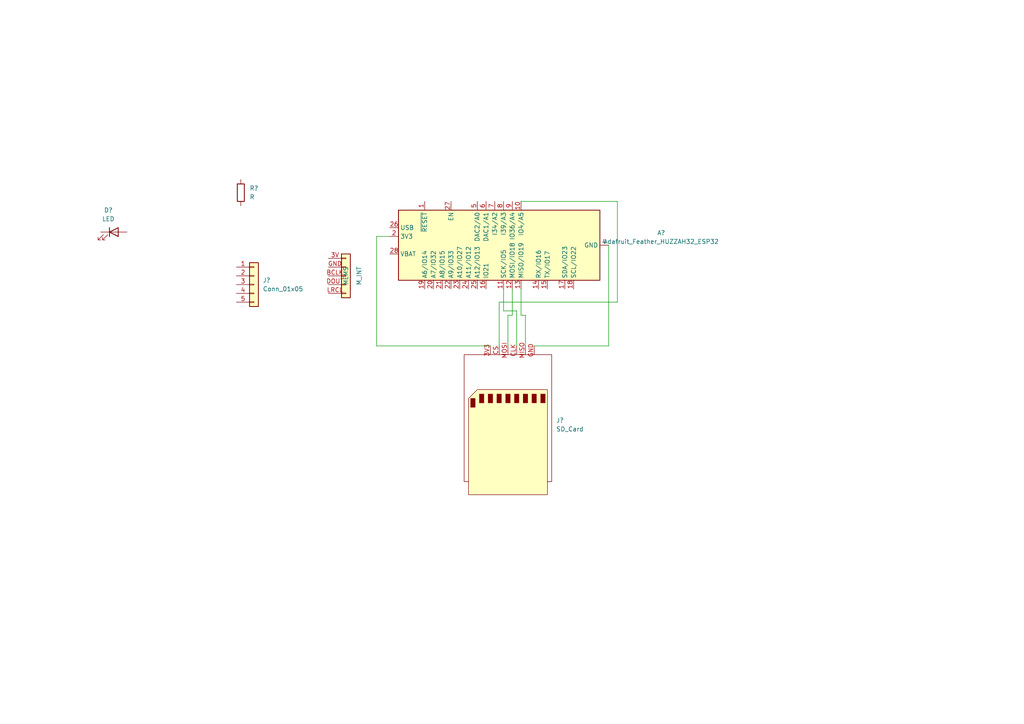
<source format=kicad_sch>
(kicad_sch (version 20211123) (generator eeschema)
  (paper "A4")
  (lib_symbols
    (symbol "Conn_01x05_1" (pin_names (offset 1.016) hide)
      (property "Reference" "MEMS" (at 0 0 90))
      (property "Value" "MEMS" (at 0 -7.62 0))
      (symbol "Conn_01x05_1_1_1"
        (rectangle (start -1.27 -4.953) (end 0 -5.207) (stroke (width 0.1524)))
        (rectangle (start -1.27 -2.413) (end 0 -2.667) (stroke (width 0.1524)))
        (rectangle (start -1.27 0.127) (end 0 -0.127) (stroke (width 0.1524)))
        (rectangle (start -1.27 2.667) (end 0 2.413) (stroke (width 0.1524)))
        (rectangle (start -1.27 5.207) (end 0 4.953) (stroke (width 0.1524)))
        (rectangle (start -1.27 6.35) (end 1.27 -6.35) (stroke (width 0.254)) (fill (type background)))
        (pin power_in line (at -5.08 -5.08 0) (length 3.81) (name "") (number "3V"))
        (pin input line (at -5.08 0 0) (length 3.81) (name "") (number "BCLK"))
        (pin output line (at -5.08 2.54 0) (length 3.81) (name "") (number "DOUT"))
        (pin power_in line (at -5.08 -2.54 0) (length 3.81) (name "") (number "GND"))
        (pin input line (at -5.08 5.08 0) (length 3.81) (name "") (number "LRCL"))
      )
    )
    (symbol "Connector:SD_Card" (pin_names (offset 1.016))
      (property "Reference" "J?" (at 0 17.78 0))
      (property "Value" "SD_Card" (at 0 15.24 0))
      (symbol "SD_Card_0_1"
        (rectangle (start -8.89 -9.525) (end -6.35 -10.795) (fill (type outline)))
        (rectangle (start -8.89 -6.985) (end -6.35 -8.255) (fill (type outline)))
        (rectangle (start -8.89 -4.445) (end -6.35 -5.715) (fill (type outline)))
        (rectangle (start -8.89 -1.905) (end -6.35 -3.175) (fill (type outline)))
        (rectangle (start -8.89 0.635) (end -6.35 -0.635) (fill (type outline)))
        (rectangle (start -8.89 3.175) (end -6.35 1.905) (fill (type outline)))
        (rectangle (start -8.89 5.715) (end -6.35 4.445) (fill (type outline)))
        (rectangle (start -8.89 8.255) (end -6.35 6.985) (fill (type outline)))
        (rectangle (start -7.62 10.795) (end -5.08 9.525) (fill (type outline)))
        (polyline (pts (xy -10.16 8.89) (xy -7.62 11.43) (xy 20.32 11.43) (xy 20.32 -11.43) (xy -10.16 -11.43) (xy -10.16 8.89)) (fill (type background)))
        (polyline (pts (xy 16.51 11.43) (xy 16.51 12.7) (xy -20.32 12.7) (xy -20.32 -12.7) (xy 16.51 -12.7) (xy 16.51 -11.43)))
      )
      (symbol "SD_Card_1_1"
        (pin power_in line (at -22.86 5.08 0) (length 2.54) (name "") (number "3V3"))
        (pin power_in line (at -22.86 -2.54 0) (length 2.54) (name "") (number "CLK"))
        (pin input line (at -22.86 2.54 0) (length 2.54) (name "") (number "CS"))
        (pin power_in line (at -22.86 -7.62 0) (length 2.54) (name "") (number "GND"))
        (pin input line (at -22.86 -5.08 0) (length 2.54) (name "") (number "MISO"))
        (pin power_in line (at -22.86 0 0) (length 2.54) (name "") (number "MOSI"))
      )
    )
    (symbol "Connector_Generic:Conn_01x05" (pin_names (offset 1.016) hide)
      (property "Reference" "J" (at 0 7.62 0))
      (property "Value" "Conn_01x05" (at 0 -7.62 0))
      (symbol "Conn_01x05_1_1"
        (rectangle (start -1.27 -4.953) (end 0 -5.207) (stroke (width 0.1524)))
        (rectangle (start -1.27 -2.413) (end 0 -2.667) (stroke (width 0.1524)))
        (rectangle (start -1.27 0.127) (end 0 -0.127) (stroke (width 0.1524)))
        (rectangle (start -1.27 2.667) (end 0 2.413) (stroke (width 0.1524)))
        (rectangle (start -1.27 5.207) (end 0 4.953) (stroke (width 0.1524)))
        (rectangle (start -1.27 6.35) (end 1.27 -6.35) (stroke (width 0.254)) (fill (type background)))
        (pin passive line (at -5.08 5.08 0) (length 3.81) (name "Pin_1") (number "1"))
        (pin passive line (at -5.08 2.54 0) (length 3.81) (name "Pin_2") (number "2"))
        (pin passive line (at -5.08 0 0) (length 3.81) (name "Pin_3") (number "3"))
        (pin passive line (at -5.08 -2.54 0) (length 3.81) (name "Pin_4") (number "4"))
        (pin passive line (at -5.08 -5.08 0) (length 3.81) (name "Pin_5") (number "5"))
      )
    )
    (symbol "Device:LED" (pin_numbers hide) (pin_names (offset 1.016) hide)
      (property "Reference" "D" (at 0 2.54 0))
      (property "Value" "LED" (at 0 -2.54 0))
      (symbol "LED_0_1"
        (polyline (pts (xy -1.27 -1.27) (xy -1.27 1.27)) (stroke (width 0.254)))
        (polyline (pts (xy -1.27 0) (xy 1.27 0)))
        (polyline (pts (xy 1.27 -1.27) (xy 1.27 1.27) (xy -1.27 0) (xy 1.27 -1.27)) (stroke (width 0.254)))
        (polyline (pts (xy -3.048 -0.762) (xy -4.572 -2.286) (xy -3.81 -2.286) (xy -4.572 -2.286) (xy -4.572 -1.524)))
        (polyline (pts (xy -1.778 -0.762) (xy -3.302 -2.286) (xy -2.54 -2.286) (xy -3.302 -2.286) (xy -3.302 -1.524)))
      )
      (symbol "LED_1_1"
        (pin passive line (at -3.81 0 0) (length 2.54) (name "K") (number "1"))
        (pin passive line (at 3.81 0 180) (length 2.54) (name "A") (number "2"))
      )
    )
    (symbol "Device:R" (pin_numbers hide) (pin_names (offset 0))
      (property "Reference" "R" (at 2.032 0 90))
      (property "Value" "R" (at 0 0 90))
      (symbol "R_0_1"
        (rectangle (start -1.016 -2.54) (end 1.016 2.54) (stroke (width 0.254)))
      )
      (symbol "R_1_1"
        (pin passive line (at 0 3.81 270) (length 1.27) (name "~") (number "1"))
        (pin passive line (at 0 -3.81 90) (length 1.27) (name "~") (number "2"))
      )
    )
    (symbol "MCU_Module:Adafruit_Feather_HUZZAH32_ESP32"
      (property "Reference" "A" (at -10.16 29.21 0))
      (property "Value" "Adafruit_Feather_HUZZAH32_ESP32" (at 2.54 -31.75 0))
      (symbol "Adafruit_Feather_HUZZAH32_ESP32_0_1"
        (rectangle (start -10.16 27.94) (end 10.16 -30.48) (stroke (width 0.254)) (fill (type background)))
      )
      (symbol "Adafruit_Feather_HUZZAH32_ESP32_1_1"
        (pin input line (at 12.7 20.32 180) (length 2.54) (name "~{RESET}") (number "1"))
        (pin bidirectional line (at 12.7 -7.62 180) (length 2.54) (name "IO4/A5") (number "10"))
        (pin bidirectional line (at -12.7 -2.54 0) (length 2.54) (name "SCK/IO5") (number "11"))
        (pin bidirectional line (at -12.7 -5.08 0) (length 2.54) (name "MOSI/IO18") (number "12"))
        (pin bidirectional line (at -12.7 -7.62 0) (length 2.54) (name "MISO/IO19") (number "13"))
        (pin bidirectional line (at -12.7 -12.7 0) (length 2.54) (name "RX/IO16") (number "14"))
        (pin bidirectional line (at -12.7 -15.24 0) (length 2.54) (name "TX/IO17") (number "15"))
        (pin bidirectional line (at -12.7 2.54 0) (length 2.54) (name "IO21") (number "16"))
        (pin bidirectional line (at -12.7 -20.32 0) (length 2.54) (name "SDA/IO23") (number "17"))
        (pin bidirectional line (at -12.7 -22.86 0) (length 2.54) (name "SCL/IO22") (number "18"))
        (pin bidirectional line (at -12.7 20.32 0) (length 2.54) (name "A6/IO14") (number "19"))
        (pin power_in line (at 2.54 30.48 270) (length 2.54) (name "3V3") (number "2"))
        (pin bidirectional line (at -12.7 17.78 0) (length 2.54) (name "A7/IO32") (number "20"))
        (pin bidirectional line (at -12.7 15.24 0) (length 2.54) (name "A8/IO15") (number "21"))
        (pin bidirectional line (at -12.7 12.7 0) (length 2.54) (name "A9/IO33") (number "22"))
        (pin bidirectional line (at -12.7 10.16 0) (length 2.54) (name "A10/IO27") (number "23"))
        (pin bidirectional line (at -12.7 7.62 0) (length 2.54) (name "A11/IO12") (number "24"))
        (pin bidirectional line (at -12.7 5.08 0) (length 2.54) (name "A12/IO13") (number "25"))
        (pin power_in line (at 5.08 30.48 270) (length 2.54) (name "USB") (number "26"))
        (pin input line (at 12.7 12.7 180) (length 2.54) (name "EN") (number "27"))
        (pin power_in line (at -2.54 30.48 270) (length 2.54) (name "VBAT") (number "28"))
        (pin no_connect line (at 10.16 10.16 180) (length 2.54) hide (name "NC") (number "3"))
        (pin power_in line (at 0 -33.02 90) (length 2.54) (name "GND") (number "4"))
        (pin bidirectional line (at 12.7 5.08 180) (length 2.54) (name "DAC2/A0") (number "5"))
        (pin bidirectional line (at 12.7 2.54 180) (length 2.54) (name "DAC1/A1") (number "6"))
        (pin bidirectional line (at 12.7 0 180) (length 2.54) (name "I34/A2") (number "7"))
        (pin bidirectional line (at 12.7 -2.54 180) (length 2.54) (name "I39/A3") (number "8"))
        (pin bidirectional line (at 12.7 -5.08 180) (length 2.54) (name "IO36/A4") (number "9"))
      )
    )
  )
  (wire (pts (xy 146.05 83.82) (xy 146.05 90.17)))
  (wire (pts (xy 151.13 58.42) (xy 179.07 58.42)))
  (wire (pts (xy 179.07 87.63) (xy 144.78 87.63)))
  (wire (pts (xy 151.13 91.44) (xy 152.4 91.44)))
  (wire (pts (xy 152.4 91.44) (xy 152.4 100.33)))
  (wire (pts (xy 176.53 71.12) (xy 176.53 100.33)))
  (wire (pts (xy 151.13 83.82) (xy 151.13 91.44)))
  (wire (pts (xy 147.32 91.44) (xy 147.32 100.33)))
  (wire (pts (xy 148.59 91.44) (xy 147.32 91.44)))
  (wire (pts (xy 109.22 68.58) (xy 113.03 68.58)))
  (wire (pts (xy 179.07 58.42) (xy 179.07 87.63)))
  (wire (pts (xy 146.05 90.17) (xy 149.86 90.17)))
  (wire (pts (xy 109.22 68.58) (xy 109.22 100.33)))
  (wire (pts (xy 148.59 83.82) (xy 148.59 91.44)))
  (wire (pts (xy 142.24 100.33) (xy 109.22 100.33)))
  (wire (pts (xy 149.86 90.17) (xy 149.86 100.33)))
  (wire (pts (xy 144.78 87.63) (xy 144.78 100.33)))
  (wire (pts (xy 176.53 100.33) (xy 154.94 100.33)))
  (symbol (lib_id "Connector_Generic:Conn_01x05") (at 73.66 82.55 0) (unit 1)
    (property "Reference" "J?" (at 76.2 81.2799 0) (effects (justify left)))
    (property "Value" "Conn_01x05" (at 76.2 83.8199 0) (effects (justify left)))
  )
  (symbol (lib_id "MCU_Module:Adafruit_Feather_HUZZAH32_ESP32") (at 143.51 71.12 90) (unit 1)
    (property "Reference" "A?" (at 191.77 67.5386 90))
    (property "Value" "Adafruit_Feather_HUZZAH32_ESP32" (at 191.77 70.0786 90))
    (property "Footprint" "Module:Adafruit_Feather" (effects hide))
    (property "Datasheet" "https://cdn-learn.adafruit.com/downloads/pdf/adafruit-huzzah32-esp32-feather.pdf" (effects hide))
  )
  (symbol (lib_id "Device:R") (at 69.85 55.88 0) (unit 1)
    (property "Reference" "R?" (at 72.39 54.6099 0) (effects (justify left)))
    (property "Value" "R" (at 72.39 57.1499 0) (effects (justify left)))
  )
  (symbol (lib_name "Conn_01x05_1") (lib_id "Connector_Generic:Conn_01x05") (at 100.33 80.01 0) (mirror x) (unit 1)
    (property "Reference" "MEMS" (at 100.33 80.01 90))
    (property "Value" "M_INT" (at 104.14 80.01 90))
  )
  (symbol (lib_id "Connector:SD_Card") (at 147.32 123.19 90) (mirror x) (unit 1)
    (property "Reference" "J?" (at 161.29 121.9199 90) (effects (justify right)))
    (property "Value" "SD_Card" (at 161.29 124.4599 90) (effects (justify right)))
    (property "Datasheet" "http://portal.fciconnect.com/Comergent//fci/drawing/10067847.pdf" (effects hide))
  )
  (symbol (lib_id "Device:LED") (at 33.02 67.31 0) (unit 1)
    (property "Reference" "D?" (at 31.4325 60.96 0))
    (property "Value" "LED" (at 31.4325 63.5 0))
  )
)
</source>
